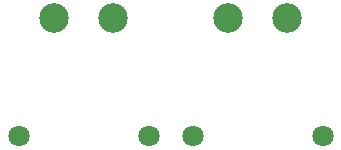
<source format=gbr>
%TF.GenerationSoftware,KiCad,Pcbnew,8.0.6*%
%TF.CreationDate,2024-12-04T14:06:11-08:00*%
%TF.ProjectId,micromppt,6d696372-6f6d-4707-9074-2e6b69636164,rev?*%
%TF.SameCoordinates,Original*%
%TF.FileFunction,Soldermask,Bot*%
%TF.FilePolarity,Negative*%
%FSLAX46Y46*%
G04 Gerber Fmt 4.6, Leading zero omitted, Abs format (unit mm)*
G04 Created by KiCad (PCBNEW 8.0.6) date 2024-12-04 14:06:11*
%MOMM*%
%LPD*%
G01*
G04 APERTURE LIST*
%ADD10C,2.500000*%
%ADD11C,1.800000*%
G04 APERTURE END LIST*
D10*
%TO.C,J2*%
X84250000Y-54750000D03*
X89250000Y-54750000D03*
D11*
X92250000Y-64750000D03*
X81250000Y-64750000D03*
%TD*%
D10*
%TO.C,J1*%
X69500000Y-54750000D03*
X74500000Y-54750000D03*
D11*
X77500000Y-64750000D03*
X66500000Y-64750000D03*
%TD*%
M02*

</source>
